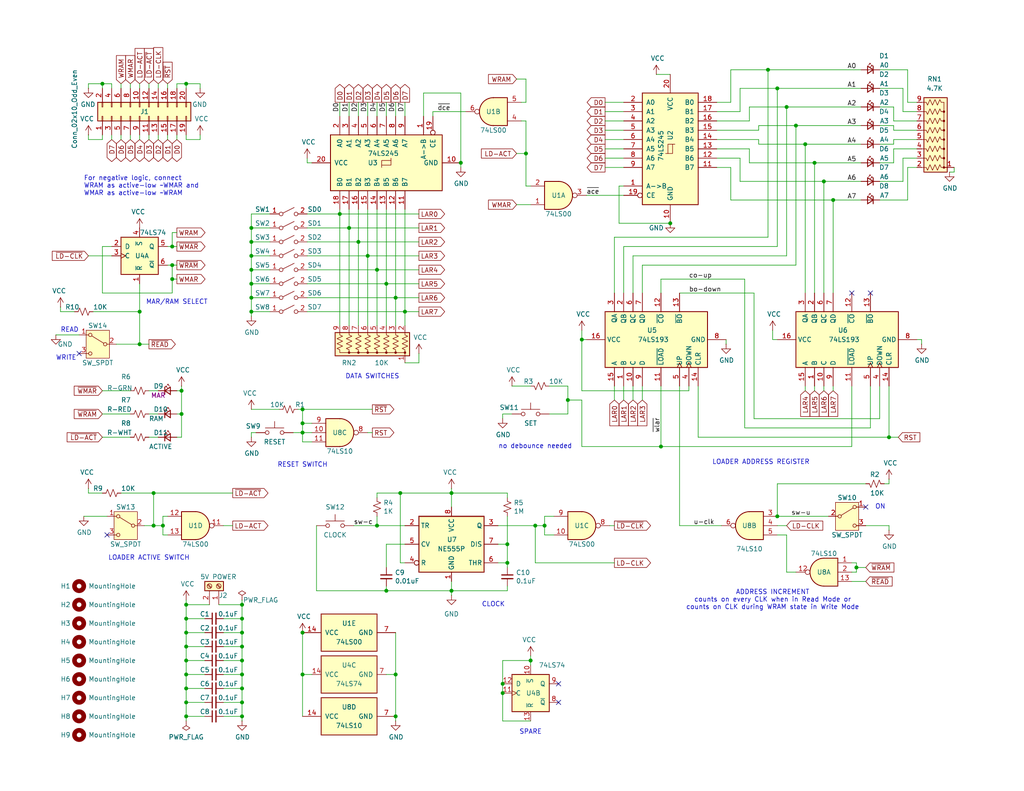
<source format=kicad_sch>
(kicad_sch (version 20231120) (generator "eeschema") (generator_version "8.0")
  (paper "USLetter")
  (title_block (title "SAP-Plus Memory Loader") (date "2025-07-01") (rev "3.0") (company "github.com/TomNisbet/sap-plus"))
  (junction (at 242.57 119.38))
  (junction (at 148.59 143.51))
  (junction (at 217.17 34.29))
  (junction (at 222.25 44.45))
  (junction (at 123.19 161.29))
  (junction (at 50.8 176.53))
  (junction (at 68.58 62.23))
  (junction (at 82.55 118.11))
  (junction (at 212.09 24.13))
  (junction (at 212.09 140.97))
  (junction (at 154.94 109.22))
  (junction (at 82.55 172.72))
  (junction (at 105.41 161.29))
  (junction (at 66.04 184.15))
  (junction (at 68.58 81.28))
  (junction (at 50.8 180.34))
  (junction (at 50.8 195.58))
  (junction (at 50.8 172.72))
  (junction (at 102.87 143.51))
  (junction (at 107.95 184.15))
  (junction (at 82.55 111.76))
  (junction (at 38.1 85.09))
  (junction (at 137.16 189.23))
  (junction (at 95.25 62.23))
  (junction (at 66.04 195.58))
  (junction (at 66.04 176.53))
  (junction (at 109.22 134.62))
  (junction (at 68.58 85.09))
  (junction (at 68.58 69.85))
  (junction (at 44.45 143.51))
  (junction (at 50.8 191.77))
  (junction (at 66.04 172.72))
  (junction (at 68.58 73.66))
  (junction (at 227.33 54.61))
  (junction (at 66.04 187.96))
  (junction (at 68.58 66.04))
  (junction (at 46.99 72.39))
  (junction (at 144.78 180.34))
  (junction (at 107.95 195.58))
  (junction (at 68.58 77.47))
  (junction (at 209.55 19.05))
  (junction (at 66.04 180.34))
  (junction (at 46.99 67.31))
  (junction (at 107.95 81.28))
  (junction (at 46.99 76.2))
  (junction (at 66.04 191.77))
  (junction (at 38.1 93.98))
  (junction (at 82.55 184.15))
  (junction (at 100.33 69.85))
  (junction (at 50.8 184.15))
  (junction (at 105.41 77.47))
  (junction (at 110.49 85.09))
  (junction (at 138.43 153.67))
  (junction (at 143.51 41.91))
  (junction (at 49.53 113.03))
  (junction (at 182.88 60.96))
  (junction (at 82.55 115.57))
  (junction (at 214.63 29.21))
  (junction (at 125.73 44.45))
  (junction (at 92.71 58.42))
  (junction (at 97.79 66.04))
  (junction (at 50.8 187.96))
  (junction (at 50.8 168.91))
  (junction (at 137.16 186.69))
  (junction (at 102.87 73.66))
  (junction (at 66.04 165.1))
  (junction (at 158.75 92.71))
  (junction (at 50.8 22.86))
  (junction (at 41.91 134.62))
  (junction (at 41.91 143.51))
  (junction (at 49.53 106.68))
  (junction (at 50.8 165.1))
  (junction (at 180.34 121.92))
  (junction (at 138.43 148.59))
  (junction (at 146.05 143.51))
  (junction (at 27.94 22.86))
  (junction (at 219.71 39.37))
  (junction (at 233.68 154.94))
  (junction (at 123.19 134.62))
  (junction (at 66.04 168.91))
  (junction (at 224.79 49.53))
  (no_connect (at 29.21 146.05))
  (no_connect (at 232.41 80.01))
  (no_connect (at 237.49 80.01))
  (no_connect (at 236.22 138.43))
  (no_connect (at 152.4 186.69))
  (no_connect (at 152.4 191.77))
  (no_connect (at 21.59 96.52))
  (wire (pts (xy 137.16 180.34) (xy 137.16 186.69)))
  (wire (pts (xy 246.38 43.18) (xy 250.19 43.18)))
  (wire (pts (xy 214.63 29.21) (xy 234.95 29.21)))
  (wire (pts (xy 212.09 132.08) (xy 236.22 132.08)))
  (wire (pts (xy 38.1 93.98) (xy 40.64 93.98)))
  (wire (pts (xy 85.09 120.65) (xy 82.55 120.65)))
  (wire (pts (xy 110.49 57.15) (xy 110.49 85.09)))
  (wire (pts (xy 187.96 105.41) (xy 187.96 106.68)))
  (wire (pts (xy 167.64 153.67) (xy 146.05 153.67)))
  (wire (pts (xy 195.58 43.18) (xy 201.93 43.18)))
  (wire (pts (xy 68.58 77.47) (xy 73.66 77.47)))
  (wire (pts (xy 46.99 72.39) (xy 46.99 76.2)))
  (wire (pts (xy 170.18 50.8) (xy 168.91 50.8)))
  (wire (pts (xy 38.1 38.1) (xy 38.1 36.83)))
  (wire (pts (xy 182.88 20.32) (xy 179.07 20.32)))
  (wire (pts (xy 180.34 80.01) (xy 180.34 76.2)))
  (wire (pts (xy 242.57 119.38) (xy 245.11 119.38)))
  (wire (pts (xy 60.96 168.91) (xy 66.04 168.91)))
  (wire (pts (xy 144.78 50.8) (xy 143.51 50.8)))
  (wire (pts (xy 68.58 69.85) (xy 73.66 69.85)))
  (wire (pts (xy 50.8 180.34) (xy 50.8 184.15)))
  (wire (pts (xy 125.73 25.4) (xy 125.73 44.45)))
  (wire (pts (xy 110.49 148.59) (xy 105.41 148.59)))
  (wire (pts (xy 148.59 143.51) (xy 146.05 143.51)))
  (wire (pts (xy 66.04 165.1) (xy 66.04 168.91)))
  (wire (pts (xy 170.18 38.1) (xy 165.1 38.1)))
  (wire (pts (xy 110.49 153.67) (xy 109.22 153.67)))
  (wire (pts (xy 100.33 118.11) (xy 101.6 118.11)))
  (wire (pts (xy 50.8 172.72) (xy 55.88 172.72)))
  (wire (pts (xy 82.55 111.76) (xy 101.6 111.76)))
  (wire (pts (xy 102.87 143.51) (xy 102.87 140.97)))
  (wire (pts (xy 123.19 162.56) (xy 123.19 161.29)))
  (wire (pts (xy 144.78 196.85) (xy 137.16 196.85)))
  (wire (pts (xy 24.13 22.86) (xy 27.94 22.86)))
  (wire (pts (xy 83.82 69.85) (xy 100.33 69.85)))
  (wire (pts (xy 24.13 133.35) (xy 24.13 134.62)))
  (wire (pts (xy 203.2 76.2) (xy 203.2 116.84)))
  (wire (pts (xy 48.26 22.86) (xy 50.8 22.86)))
  (wire (pts (xy 105.41 184.15) (xy 107.95 184.15)))
  (wire (pts (xy 43.18 106.68) (xy 40.64 106.68)))
  (wire (pts (xy 242.57 143.51) (xy 242.57 144.78)))
  (wire (pts (xy 15.24 91.44) (xy 21.59 91.44)))
  (wire (pts (xy 33.02 24.13) (xy 33.02 22.86)))
  (wire (pts (xy 45.72 24.13) (xy 45.72 22.86)))
  (wire (pts (xy 86.36 143.51) (xy 86.36 161.29)))
  (wire (pts (xy 170.18 43.18) (xy 165.1 43.18)))
  (wire (pts (xy 172.72 69.85) (xy 172.72 80.01)))
  (wire (pts (xy 107.95 195.58) (xy 107.95 196.85)))
  (wire (pts (xy 227.33 54.61) (xy 234.95 54.61)))
  (wire (pts (xy 48.26 38.1) (xy 48.26 36.83)))
  (wire (pts (xy 167.64 64.77) (xy 209.55 64.77)))
  (wire (pts (xy 50.8 187.96) (xy 55.88 187.96)))
  (wire (pts (xy 92.71 58.42) (xy 92.71 88.9)))
  (wire (pts (xy 46.99 76.2) (xy 46.99 80.01)))
  (wire (pts (xy 167.64 64.77) (xy 167.64 80.01)))
  (wire (pts (xy 224.79 49.53) (xy 224.79 80.01)))
  (wire (pts (xy 60.96 195.58) (xy 66.04 195.58)))
  (wire (pts (xy 50.8 176.53) (xy 55.88 176.53)))
  (wire (pts (xy 40.64 38.1) (xy 40.64 36.83)))
  (wire (pts (xy 68.58 118.11) (xy 68.58 119.38)))
  (wire (pts (xy 50.8 191.77) (xy 50.8 195.58)))
  (wire (pts (xy 68.58 69.85) (xy 68.58 73.66)))
  (wire (pts (xy 102.87 134.62) (xy 109.22 134.62)))
  (wire (pts (xy 243.84 35.56) (xy 250.19 35.56)))
  (wire (pts (xy 100.33 69.85) (xy 100.33 88.9)))
  (wire (pts (xy 204.47 33.02) (xy 204.47 29.21)))
  (wire (pts (xy 45.72 38.1) (xy 45.72 36.83)))
  (wire (pts (xy 199.39 45.72) (xy 199.39 54.61)))
  (wire (pts (xy 83.82 85.09) (xy 110.49 85.09)))
  (wire (pts (xy 137.16 189.23) (xy 137.16 186.69)))
  (wire (pts (xy 195.58 30.48) (xy 201.93 30.48)))
  (wire (pts (xy 50.8 195.58) (xy 55.88 195.58)))
  (wire (pts (xy 158.75 92.71) (xy 160.02 92.71)))
  (wire (pts (xy 210.82 92.71) (xy 210.82 90.17)))
  (wire (pts (xy 212.09 24.13) (xy 212.09 67.31)))
  (wire (pts (xy 246.38 30.48) (xy 250.19 30.48)))
  (wire (pts (xy 260.35 46.99) (xy 260.35 45.72)))
  (wire (pts (xy 50.8 187.96) (xy 50.8 191.77)))
  (wire (pts (xy 158.75 121.92) (xy 158.75 109.22)))
  (wire (pts (xy 27.94 38.1) (xy 24.13 38.1)))
  (wire (pts (xy 139.7 105.41) (xy 144.78 105.41)))
  (wire (pts (xy 209.55 19.05) (xy 234.95 19.05)))
  (wire (pts (xy 97.79 31.75) (xy 97.79 27.94)))
  (wire (pts (xy 154.94 105.41) (xy 154.94 109.22)))
  (wire (pts (xy 83.82 81.28) (xy 107.95 81.28)))
  (wire (pts (xy 27.94 36.83) (xy 27.94 38.1)))
  (wire (pts (xy 44.45 146.05) (xy 45.72 146.05)))
  (wire (pts (xy 68.58 85.09) (xy 73.66 85.09)))
  (wire (pts (xy 95.25 62.23) (xy 95.25 88.9)))
  (wire (pts (xy 83.82 77.47) (xy 105.41 77.47)))
  (wire (pts (xy 24.13 38.1) (xy 24.13 36.83)))
  (wire (pts (xy 123.19 133.35) (xy 123.19 134.62)))
  (wire (pts (xy 207.01 38.1) (xy 195.58 38.1)))
  (wire (pts (xy 50.8 191.77) (xy 55.88 191.77)))
  (wire (pts (xy 146.05 143.51) (xy 135.89 143.51)))
  (wire (pts (xy 68.58 81.28) (xy 73.66 81.28)))
  (wire (pts (xy 236.22 143.51) (xy 242.57 143.51)))
  (wire (pts (xy 27.94 22.86) (xy 30.48 22.86)))
  (wire (pts (xy 105.41 77.47) (xy 114.3 77.47)))
  (wire (pts (xy 27.94 113.03) (xy 35.56 113.03)))
  (wire (pts (xy 240.03 24.13) (xy 246.38 24.13)))
  (wire (pts (xy 243.84 40.64) (xy 250.19 40.64)))
  (wire (pts (xy 102.87 73.66) (xy 114.3 73.66)))
  (wire (pts (xy 80.01 118.11) (xy 82.55 118.11)))
  (wire (pts (xy 240.03 44.45) (xy 243.84 44.45)))
  (wire (pts (xy 251.46 92.71) (xy 250.19 92.71)))
  (wire (pts (xy 25.4 85.09) (xy 38.1 85.09)))
  (wire (pts (xy 219.71 39.37) (xy 219.71 80.01)))
  (wire (pts (xy 222.25 44.45) (xy 222.25 80.01)))
  (wire (pts (xy 27.94 134.62) (xy 24.13 134.62)))
  (wire (pts (xy 49.53 113.03) (xy 49.53 119.38)))
  (wire (pts (xy 46.99 76.2) (xy 48.26 76.2)))
  (wire (pts (xy 138.43 135.89) (xy 138.43 134.62)))
  (wire (pts (xy 24.13 22.86) (xy 24.13 24.13)))
  (wire (pts (xy 43.18 113.03) (xy 40.64 113.03)))
  (wire (pts (xy 66.04 176.53) (xy 66.04 180.34)))
  (wire (pts (xy 54.61 38.1) (xy 50.8 38.1)))
  (wire (pts (xy 45.72 72.39) (xy 46.99 72.39)))
  (wire (pts (xy 135.89 148.59) (xy 138.43 148.59)))
  (wire (pts (xy 199.39 19.05) (xy 209.55 19.05)))
  (wire (pts (xy 35.56 24.13) (xy 35.56 22.86)))
  (wire (pts (xy 138.43 153.67) (xy 138.43 154.94)))
  (wire (pts (xy 240.03 39.37) (xy 243.84 39.37)))
  (wire (pts (xy 30.48 67.31) (xy 27.94 67.31)))
  (wire (pts (xy 140.97 21.59) (xy 143.51 21.59)))
  (wire (pts (xy 195.58 45.72) (xy 199.39 45.72)))
  (wire (pts (xy 149.86 105.41) (xy 154.94 105.41)))
  (wire (pts (xy 50.8 184.15) (xy 55.88 184.15)))
  (wire (pts (xy 232.41 105.41) (xy 232.41 121.92)))
  (wire (pts (xy 148.59 140.97) (xy 151.13 140.97)))
  (wire (pts (xy 107.95 31.75) (xy 107.95 27.94)))
  (wire (pts (xy 204.47 29.21) (xy 214.63 29.21)))
  (wire (pts (xy 170.18 30.48) (xy 165.1 30.48)))
  (wire (pts (xy 175.26 109.22) (xy 175.26 105.41)))
  (wire (pts (xy 68.58 85.09) (xy 68.58 86.36)))
  (wire (pts (xy 195.58 33.02) (xy 204.47 33.02)))
  (wire (pts (xy 16.51 83.82) (xy 16.51 85.09)))
  (wire (pts (xy 50.8 184.15) (xy 50.8 187.96)))
  (wire (pts (xy 195.58 35.56) (xy 207.01 35.56)))
  (wire (pts (xy 138.43 160.02) (xy 138.43 161.29)))
  (wire (pts (xy 97.79 66.04) (xy 114.3 66.04)))
  (wire (pts (xy 222.25 44.45) (xy 234.95 44.45)))
  (wire (pts (xy 50.8 195.58) (xy 50.8 196.85)))
  (wire (pts (xy 95.25 31.75) (xy 95.25 27.94)))
  (wire (pts (xy 30.48 22.86) (xy 30.48 24.13)))
  (wire (pts (xy 143.51 21.59) (xy 143.51 27.94)))
  (wire (pts (xy 49.53 105.41) (xy 49.53 106.68)))
  (wire (pts (xy 102.87 57.15) (xy 102.87 73.66)))
  (wire (pts (xy 60.96 187.96) (xy 66.04 187.96)))
  (wire (pts (xy 170.18 105.41) (xy 170.18 109.22)))
  (wire (pts (xy 43.18 38.1) (xy 43.18 36.83)))
  (wire (pts (xy 243.84 34.29) (xy 243.84 35.56)))
  (wire (pts (xy 114.3 81.28) (xy 107.95 81.28)))
  (wire (pts (xy 83.82 66.04) (xy 97.79 66.04)))
  (wire (pts (xy 260.35 46.99) (xy 259.08 46.99)))
  (wire (pts (xy 85.09 44.45) (xy 83.82 44.45)))
  (wire (pts (xy 166.37 143.51) (xy 167.64 143.51)))
  (wire (pts (xy 50.8 22.86) (xy 50.8 24.13)))
  (wire (pts (xy 144.78 55.88) (xy 140.97 55.88)))
  (wire (pts (xy 118.11 30.48) (xy 118.11 31.75)))
  (wire (pts (xy 68.58 58.42) (xy 73.66 58.42)))
  (wire (pts (xy 170.18 35.56) (xy 165.1 35.56)))
  (wire (pts (xy 107.95 184.15) (xy 107.95 195.58)))
  (wire (pts (xy 214.63 156.21) (xy 217.17 156.21)))
  (wire (pts (xy 48.26 63.5) (xy 46.99 63.5)))
  (wire (pts (xy 114.3 99.06) (xy 114.3 96.52)))
  (wire (pts (xy 172.72 69.85) (xy 214.63 69.85)))
  (wire (pts (xy 118.11 30.48) (xy 127 30.48)))
  (wire (pts (xy 190.5 105.41) (xy 190.5 119.38)))
  (wire (pts (xy 233.68 153.67) (xy 233.68 154.94)))
  (wire (pts (xy 43.18 24.13) (xy 43.18 22.86)))
  (wire (pts (xy 205.74 114.3) (xy 240.03 114.3)))
  (wire (pts (xy 212.09 132.08) (xy 212.09 140.97)))
  (wire (pts (xy 100.33 57.15) (xy 100.33 69.85)))
  (wire (pts (xy 240.03 29.21) (xy 243.84 29.21)))
  (wire (pts (xy 154.94 109.22) (xy 154.94 113.03)))
  (wire (pts (xy 102.87 135.89) (xy 102.87 134.62)))
  (wire (pts (xy 60.96 184.15) (xy 66.04 184.15)))
  (wire (pts (xy 247.65 45.72) (xy 247.65 54.61)))
  (wire (pts (xy 138.43 148.59) (xy 138.43 153.67)))
  (wire (pts (xy 97.79 66.04) (xy 97.79 88.9)))
  (wire (pts (xy 214.63 29.21) (xy 214.63 69.85)))
  (wire (pts (xy 175.26 72.39) (xy 175.26 80.01)))
  (wire (pts (xy 31.75 93.98) (xy 38.1 93.98)))
  (wire (pts (xy 135.89 153.67) (xy 138.43 153.67)))
  (wire (pts (xy 170.18 40.64) (xy 165.1 40.64)))
  (wire (pts (xy 49.53 106.68) (xy 48.26 106.68)))
  (wire (pts (xy 83.82 73.66) (xy 102.87 73.66)))
  (wire (pts (xy 224.79 49.53) (xy 234.95 49.53)))
  (wire (pts (xy 212.09 24.13) (xy 234.95 24.13)))
  (wire (pts (xy 144.78 180.34) (xy 137.16 180.34)))
  (wire (pts (xy 100.33 69.85) (xy 114.3 69.85)))
  (wire (pts (xy 170.18 27.94) (xy 165.1 27.94)))
  (wire (pts (xy 38.1 85.09) (xy 38.1 93.98)))
  (wire (pts (xy 66.04 172.72) (xy 66.04 176.53)))
  (wire (pts (xy 60.96 180.34) (xy 66.04 180.34)))
  (wire (pts (xy 68.58 73.66) (xy 68.58 77.47)))
  (wire (pts (xy 66.04 163.83) (xy 66.04 165.1)))
  (wire (pts (xy 45.72 140.97) (xy 44.45 140.97)))
  (wire (pts (xy 201.93 24.13) (xy 212.09 24.13)))
  (wire (pts (xy 198.12 92.71) (xy 198.12 93.98)))
  (wire (pts (xy 95.25 62.23) (xy 114.3 62.23)))
  (wire (pts (xy 82.55 111.76) (xy 82.55 115.57)))
  (wire (pts (xy 82.55 115.57) (xy 82.55 118.11)))
  (wire (pts (xy 180.34 76.2) (xy 203.2 76.2)))
  (wire (pts (xy 96.52 143.51) (xy 102.87 143.51)))
  (wire (pts (xy 240.03 49.53) (xy 246.38 49.53)))
  (wire (pts (xy 160.02 53.34) (xy 170.18 53.34)))
  (wire (pts (xy 54.61 22.86) (xy 54.61 24.13)))
  (wire (pts (xy 148.59 143.51) (xy 148.59 146.05)))
  (wire (pts (xy 217.17 34.29) (xy 234.95 34.29)))
  (wire (pts (xy 233.68 154.94) (xy 236.22 154.94)))
  (wire (pts (xy 38.1 77.47) (xy 38.1 85.09)))
  (wire (pts (xy 209.55 19.05) (xy 209.55 64.77)))
  (wire (pts (xy 44.45 143.51) (xy 44.45 146.05)))
  (wire (pts (xy 20.32 85.09) (xy 16.51 85.09)))
  (wire (pts (xy 33.02 38.1) (xy 33.02 36.83)))
  (wire (pts (xy 83.82 44.45) (xy 83.82 43.18)))
  (wire (pts (xy 204.47 40.64) (xy 204.47 44.45)))
  (wire (pts (xy 45.72 67.31) (xy 46.99 67.31)))
  (wire (pts (xy 144.78 179.07) (xy 144.78 180.34)))
  (wire (pts (xy 68.58 66.04) (xy 73.66 66.04)))
  (wire (pts (xy 54.61 36.83) (xy 54.61 38.1)))
  (wire (pts (xy 142.24 27.94) (xy 143.51 27.94)))
  (wire (pts (xy 50.8 163.83) (xy 50.8 165.1)))
  (wire (pts (xy 187.96 106.68) (xy 158.75 106.68)))
  (wire (pts (xy 137.16 189.23) (xy 137.16 196.85)))
  (wire (pts (xy 115.57 25.4) (xy 125.73 25.4)))
  (wire (pts (xy 107.95 81.28) (xy 107.95 88.9)))
  (wire (pts (xy 201.93 30.48) (xy 201.93 24.13)))
  (wire (pts (xy 207.01 34.29) (xy 217.17 34.29)))
  (wire (pts (xy 170.18 33.02) (xy 165.1 33.02)))
  (wire (pts (xy 66.04 180.34) (xy 66.04 184.15)))
  (wire (pts (xy 59.69 165.1) (xy 66.04 165.1)))
  (wire (pts (xy 140.97 41.91) (xy 143.51 41.91)))
  (wire (pts (xy 212.09 140.97) (xy 226.06 140.97)))
  (wire (pts (xy 247.65 27.94) (xy 247.65 19.05)))
  (wire (pts (xy 222.25 105.41) (xy 222.25 106.68)))
  (wire (pts (xy 170.18 67.31) (xy 212.09 67.31)))
  (wire (pts (xy 199.39 54.61) (xy 227.33 54.61)))
  (wire (pts (xy 219.71 105.41) (xy 219.71 106.68)))
  (wire (pts (xy 143.51 41.91) (xy 143.51 50.8)))
  (wire (pts (xy 83.82 58.42) (xy 92.71 58.42)))
  (wire (pts (xy 240.03 34.29) (xy 243.84 34.29)))
  (wire (pts (xy 46.99 72.39) (xy 48.26 72.39)))
  (wire (pts (xy 240.03 54.61) (xy 247.65 54.61)))
  (wire (pts (xy 227.33 54.61) (xy 227.33 80.01)))
  (wire (pts (xy 66.04 168.91) (xy 66.04 172.72)))
  (wire (pts (xy 170.18 45.72) (xy 165.1 45.72)))
  (wire (pts (xy 217.17 34.29) (xy 217.17 72.39)))
  (wire (pts (xy 49.53 106.68) (xy 49.53 113.03)))
  (wire (pts (xy 203.2 116.84) (xy 237.49 116.84)))
  (wire (pts (xy 50.8 165.1) (xy 57.15 165.1)))
  (wire (pts (xy 41.91 143.51) (xy 44.45 143.51)))
  (wire (pts (xy 214.63 146.05) (xy 214.63 156.21)))
  (wire (pts (xy 68.58 81.28) (xy 68.58 85.09)))
  (wire (pts (xy 144.78 181.61) (xy 144.78 180.34)))
  (wire (pts (xy 168.91 50.8) (xy 168.91 60.96)))
  (wire (pts (xy 137.16 114.3) (xy 137.16 113.03)))
  (wire (pts (xy 41.91 134.62) (xy 41.91 143.51)))
  (wire (pts (xy 158.75 106.68) (xy 158.75 92.71)))
  (wire (pts (xy 240.03 19.05) (xy 247.65 19.05)))
  (wire (pts (xy 107.95 172.72) (xy 107.95 184.15)))
  (wire (pts (xy 251.46 92.71) (xy 251.46 93.98)))
  (wire (pts (xy 50.8 176.53) (xy 50.8 180.34)))
  (wire (pts (xy 76.2 111.76) (xy 68.58 111.76)))
  (wire (pts (xy 237.49 116.84) (xy 237.49 105.41)))
  (wire (pts (xy 149.86 113.03) (xy 154.94 113.03)))
  (wire (pts (xy 92.71 58.42) (xy 114.3 58.42)))
  (wire (pts (xy 30.48 38.1) (xy 30.48 36.83)))
  (wire (pts (xy 185.42 105.41) (xy 185.42 143.51)))
  (wire (pts (xy 123.19 134.62) (xy 123.19 138.43)))
  (wire (pts (xy 125.73 44.45) (xy 125.73 45.72)))
  (wire (pts (xy 66.04 184.15) (xy 66.04 187.96)))
  (wire (pts (xy 105.41 160.02) (xy 105.41 161.29)))
  (wire (pts (xy 46.99 63.5) (xy 46.99 67.31)))
  (wire (pts (xy 33.02 134.62) (xy 41.91 134.62)))
  (wire (pts (xy 60.96 191.77) (xy 66.04 191.77)))
  (wire (pts (xy 50.8 165.1) (xy 50.8 168.91)))
  (wire (pts (xy 138.43 161.29) (xy 123.19 161.29)))
  (wire (pts (xy 48.26 22.86) (xy 48.26 24.13)))
  (wire (pts (xy 137.16 113.03) (xy 139.7 113.03)))
  (wire (pts (xy 175.26 72.39) (xy 217.17 72.39)))
  (wire (pts (xy 243.84 38.1) (xy 250.19 38.1)))
  (wire (pts (xy 22.86 140.97) (xy 29.21 140.97)))
  (wire (pts (xy 68.58 62.23) (xy 68.58 66.04)))
  (wire (pts (xy 180.34 105.41) (xy 180.34 121.92)))
  (wire (pts (xy 105.41 57.15) (xy 105.41 77.47)))
  (wire (pts (xy 50.8 172.72) (xy 50.8 176.53)))
  (wire (pts (xy 246.38 49.53) (xy 246.38 43.18)))
  (wire (pts (xy 27.94 80.01) (xy 46.99 80.01)))
  (wire (pts (xy 233.68 154.94) (xy 233.68 156.21)))
  (wire (pts (xy 148.59 146.05) (xy 151.13 146.05)))
  (wire (pts (xy 185.42 143.51) (xy 196.85 143.51)))
  (wire (pts (xy 82.55 120.65) (xy 82.55 118.11)))
  (wire (pts (xy 49.53 119.38) (xy 48.26 119.38)))
  (wire (pts (xy 63.5 134.62) (xy 41.91 134.62)))
  (wire (pts (xy 27.94 67.31) (xy 27.94 80.01)))
  (wire (pts (xy 92.71 31.75) (xy 92.71 27.94)))
  (wire (pts (xy 115.57 31.75) (xy 115.57 25.4)))
  (wire (pts (xy 154.94 109.22) (xy 158.75 109.22)))
  (wire (pts (xy 227.33 106.68) (xy 227.33 105.41)))
  (wire (pts (xy 35.56 38.1) (xy 35.56 36.83)))
  (wire (pts (xy 24.13 69.85) (xy 30.48 69.85)))
  (wire (pts (xy 250.19 45.72) (xy 247.65 45.72)))
  (wire (pts (xy 110.49 31.75) (xy 110.49 27.94)))
  (wire (pts (xy 102.87 143.51) (xy 110.49 143.51)))
  (wire (pts (xy 46.99 67.31) (xy 48.26 67.31)))
  (wire (pts (xy 39.37 143.51) (xy 41.91 143.51)))
  (wire (pts (xy 232.41 158.75) (xy 236.22 158.75)))
  (wire (pts (xy 232.41 153.67) (xy 233.68 153.67)))
  (wire (pts (xy 86.36 161.29) (xy 105.41 161.29)))
  (wire (pts (xy 69.85 118.11) (xy 68.58 118.11)))
  (wire (pts (xy 224.79 105.41) (xy 224.79 106.68)))
  (wire (pts (xy 212.09 143.51) (xy 214.63 143.51)))
  (wire (pts (xy 110.49 85.09) (xy 110.49 88.9)))
  (wire (pts (xy 123.19 158.75) (xy 123.19 161.29)))
  (wire (pts (xy 68.58 73.66) (xy 73.66 73.66)))
  (wire (pts (xy 158.75 121.92) (xy 180.34 121.92)))
  (wire (pts (xy 50.8 38.1) (xy 50.8 36.83)))
  (wire (pts (xy 195.58 27.94) (xy 199.39 27.94)))
  (wire (pts (xy 138.43 134.62) (xy 123.19 134.62)))
  (wire (pts (xy 82.55 172.72) (xy 82.55 184.15)))
  (wire (pts (xy 250.19 27.94) (xy 247.65 27.94)))
  (wire (pts (xy 142.24 33.02) (xy 143.51 33.02)))
  (wire (pts (xy 68.58 62.23) (xy 73.66 62.23)))
  (wire (pts (xy 242.57 105.41) (xy 242.57 119.38)))
  (wire (pts (xy 105.41 161.29) (xy 123.19 161.29)))
  (wire (pts (xy 205.74 80.01) (xy 205.74 114.3)))
  (wire (pts (xy 190.5 119.38) (xy 242.57 119.38)))
  (wire (pts (xy 105.41 31.75) (xy 105.41 27.94)))
  (wire (pts (xy 185.42 80.01) (xy 205.74 80.01)))
  (wire (pts (xy 243.84 39.37) (xy 243.84 38.1)))
  (wire (pts (xy 143.51 33.02) (xy 143.51 41.91)))
  (wire (pts (xy 40.64 24.13) (xy 40.64 22.86)))
  (wire (pts (xy 219.71 39.37) (xy 234.95 39.37)))
  (wire (pts (xy 167.64 105.41) (xy 167.64 109.22)))
  (wire (pts (xy 204.47 44.45) (xy 222.25 44.45)))
  (wire (pts (xy 180.34 121.92) (xy 232.41 121.92)))
  (wire (pts (xy 114.3 85.09) (xy 110.49 85.09)))
  (wire (pts (xy 110.49 99.06) (xy 114.3 99.06)))
  (wire (pts (xy 100.33 31.75) (xy 100.33 27.94)))
  (wire (pts (xy 246.38 24.13) (xy 246.38 30.48)))
  (wire (pts (xy 97.79 57.15) (xy 97.79 66.04)))
  (wire (pts (xy 92.71 57.15) (xy 92.71 58.42)))
  (wire (pts (xy 44.45 140.97) (xy 44.45 143.51)))
  (wire (pts (xy 95.25 57.15) (xy 95.25 62.23)))
  (wire (pts (xy 50.8 168.91) (xy 50.8 172.72)))
  (wire (pts (xy 201.93 49.53) (xy 224.79 49.53)))
  (wire (pts (xy 109.22 134.62) (xy 123.19 134.62)))
  (wire (pts (xy 68.58 66.04) (xy 68.58 69.85)))
  (wire (pts (xy 66.04 187.96) (xy 66.04 191.77)))
  (wire (pts (xy 148.59 140.97) (xy 148.59 143.51)))
  (wire (pts (xy 105.41 77.47) (xy 105.41 88.9)))
  (wire (pts (xy 199.39 27.94) (xy 199.39 19.05)))
  (wire (pts (xy 50.8 180.34) (xy 55.88 180.34)))
  (wire (pts (xy 170.18 67.31) (xy 170.18 80.01)))
  (wire (pts (xy 195.58 40.64) (xy 204.47 40.64)))
  (wire (pts (xy 81.28 111.76) (xy 82.55 111.76)))
  (wire (pts (xy 158.75 90.17) (xy 158.75 92.71)))
  (wire (pts (xy 60.96 172.72) (xy 66.04 172.72)))
  (wire (pts (xy 66.04 191.77) (xy 66.04 195.58)))
  (wire (pts (xy 168.91 60.96) (xy 182.88 60.96)))
  (wire (pts (xy 27.94 119.38) (xy 35.56 119.38)))
  (wire (pts (xy 105.41 148.59) (xy 105.41 154.94)))
  (wire (pts (xy 68.58 77.47) (xy 68.58 81.28)))
  (wire (pts (xy 138.43 140.97) (xy 138.43 148.59)))
  (wire (pts (xy 50.8 168.91) (xy 55.88 168.91)))
  (wire (pts (xy 83.82 62.23) (xy 95.25 62.23)))
  (wire (pts (xy 49.53 113.03) (xy 48.26 113.03)))
  (wire (pts (xy 38.1 24.13) (xy 38.1 22.86)))
  (wire (pts (xy 207.01 39.37) (xy 219.71 39.37)))
  (wire (pts (xy 50.8 22.86) (xy 54.61 22.86)))
  (wire (pts (xy 172.72 105.41) (xy 172.72 109.22)))
  (wire (pts (xy 82.55 184.15) (xy 82.55 195.58)))
  (wire (pts (xy 85.09 184.15) (xy 82.55 184.15)))
  (wire (pts (xy 212.09 92.71) (xy 210.82 92.71)))
  (wire (pts (xy 102.87 73.66) (xy 102.87 88.9)))
  (wire (pts (xy 107.95 57.15) (xy 107.95 81.28)))
  (wire (pts (xy 102.87 31.75) (xy 102.87 27.94)))
  (wire (pts (xy 243.84 44.45) (xy 243.84 40.64)))
  (wire (pts (xy 240.03 114.3) (xy 240.03 105.41)))
  (wire (pts (xy 242.57 132.08) (xy 242.57 130.81)))
  (wire (pts (xy 68.58 58.42) (xy 68.58 62.23)))
  (wire (pts (xy 201.93 43.18) (xy 201.93 49.53)))
  (wire (pts (xy 232.41 156.21) (xy 233.68 156.21)))
  (wire (pts (xy 82.55 115.57) (xy 85.09 115.57)))
  (wire (pts (xy 212.09 146.05) (xy 214.63 146.05)))
  (wire (pts (xy 43.18 119.38) (xy 40.64 119.38)))
  (wire (pts (xy 82.55 118.11) (xy 85.09 118.11)))
  (wire (pts (xy 242.57 132.08) (xy 241.3 132.08)))
  (wire (pts (xy 27.94 24.13) (xy 27.94 22.86)))
  (wire (pts (xy 60.96 143.51) (xy 63.5 143.51)))
  (wire (pts (xy 207.01 35.56) (xy 207.01 34.29)))
  (wire (pts (xy 243.84 29.21) (xy 243.84 33.02)))
  (wire (pts (xy 66.04 195.58) (xy 66.04 196.85)))
  (wire (pts (xy 243.84 33.02) (xy 250.19 33.02)))
  (wire (pts (xy 207.01 39.37) (xy 207.01 38.1)))
  (wire (pts (xy 146.05 143.51) (xy 146.05 153.67)))
  (wire (pts (xy 27.94 106.68) (xy 35.56 106.68)))
  (wire (pts (xy 109.22 153.67) (xy 109.22 134.62)))
  (wire (pts (xy 60.96 176.53) (xy 66.04 176.53)))
  (text "LOADER ADDRESS REGISTER" (at 194.31 127 0) (effects (font (size 1.27 1.27)) (justify left bottom)))
  (text "WRITE" (at 15.24 97.79 0) (effects (font (size 1.27 1.27)) (justify left)))
  (text "READ" (at 16.51 90.17 0) (effects (font (size 1.27 1.27)) (justify left)))
  (text "ADDRESS INCREMENT\ncounts on every CLK when in Read Mode or\ncounts on CLK during WRAM state in Write Mode" (at 210.82 163.83 0) (effects (font (size 1.27 1.27))))
  (text "SPARE" (at 144.78 200.66 0) (effects (font (size 1.27 1.27)) (justify bottom)))
  (text "LOADER ACTIVE SWITCH" (at 40.64 152.4 0) (effects (font (size 1.27 1.27))))
  (text "RESET SWITCH" (at 82.55 127 0) (effects (font (size 1.27 1.27))))
  (text "MAR/RAM SELECT" (at 48.26 82.55 0) (effects (font (size 1.27 1.27))))
  (text "For negative logic, connect\nWRAM as active-low ~WMAR and \nWMAR as active-low ~WRAM" (at 22.86 50.8 0) (effects (font (size 1.27 1.27)) (justify left)))
  (text "DATA SWITCHES" (at 101.6 102.87 0) (effects (font (size 1.27 1.27))))
  (text "no debounce needed" (at 146.05 121.92 0) (effects (font (size 1.27 1.27))))
  (text "CLOCK" (at 134.62 165.1 0) (effects (font (size 1.27 1.27))))
  (text "ON" (at 238.76 138.43 0) (effects (font (size 1.27 1.27)) (justify left)))
  (label "A5" (at 233.68 44.45 180))
  (label "D5" (at 105.41 27.94 270))
  (label "co-up" (at 187.96 76.2 0))
  (label "A3" (at 233.68 34.29 180))
  (label "u-clk" (at 189.23 143.51 0))
  (label "A6" (at 233.68 49.53 180))
  (label "D7" (at 110.49 27.94 270))
  (label "~{dce}" (at 119.38 30.48 0))
  (label "sw-u" (at 215.9 140.97 0))
  (label "~{wlar}" (at 180.34 118.11 90))
  (label "D1" (at 95.25 27.94 270))
  (label "~{ace}" (at 160.02 53.34 0))
  (label "D4" (at 102.87 27.94 270))
  (label "bo-down" (at 187.96 80.01 0))
  (label "A0" (at 233.68 19.05 180))
  (label "A1" (at 233.68 24.13 180))
  (label "A7" (at 233.68 54.61 180))
  (label "A2" (at 233.68 29.21 180))
  (label "D0" (at 92.71 27.94 270))
  (label "D3" (at 100.33 27.94 270))
  (label "A4" (at 233.68 39.37 180))
  (label "D2" (at 97.79 27.94 270))
  (label "D6" (at 107.95 27.94 270))
  (label "sw-c" (at 96.52 143.51 0))
  (global_label "LAR3" (shape input) (at 175.26 109.22 270) (property "Intersheetrefs" "${INTERSHEET_REFS}" (effects (hide yes))))
  (global_label "~{RST}" (shape output) (at 101.6 111.76 0) (property "Intersheetrefs" "${INTERSHEET_REFS}" (effects (hide yes))))
  (global_label "WMAR" (shape output) (at 48.26 76.2 0) (property "Intersheetrefs" "${INTERSHEET_REFS}" (effects (hide yes))))
  (global_label "D3" (shape tri_state) (at 40.64 38.1 270) (property "Intersheetrefs" "${INTERSHEET_REFS}" (effects (hide yes))))
  (global_label "D2" (shape tri_state) (at 43.18 38.1 270) (property "Intersheetrefs" "${INTERSHEET_REFS}" (effects (hide yes))))
  (global_label "D3" (shape output) (at 100.33 27.94 90) (property "Intersheetrefs" "${INTERSHEET_REFS}" (effects (hide yes))))
  (global_label "D0" (shape output) (at 165.1 27.94 180) (property "Intersheetrefs" "${INTERSHEET_REFS}" (effects (hide yes))))
  (global_label "~{LD-CLK}" (shape input) (at 24.13 69.85 180) (property "Intersheetrefs" "${INTERSHEET_REFS}" (effects (hide yes))))
  (global_label "D1" (shape output) (at 95.25 27.94 90) (property "Intersheetrefs" "${INTERSHEET_REFS}" (effects (hide yes))))
  (global_label "D3" (shape output) (at 165.1 35.56 180) (property "Intersheetrefs" "${INTERSHEET_REFS}" (effects (hide yes))))
  (global_label "D6" (shape output) (at 107.95 27.94 90) (property "Intersheetrefs" "${INTERSHEET_REFS}" (effects (hide yes))))
  (global_label "D7" (shape output) (at 165.1 45.72 180) (property "Intersheetrefs" "${INTERSHEET_REFS}" (effects (hide yes))))
  (global_label "~{WMAR}" (shape output) (at 48.26 67.31 0) (property "Intersheetrefs" "${INTERSHEET_REFS}" (effects (hide yes))))
  (global_label "LD-ACT" (shape output) (at 63.5 143.51 0) (property "Intersheetrefs" "${INTERSHEET_REFS}" (effects (hide yes))))
  (global_label "D4" (shape output) (at 165.1 38.1 180) (property "Intersheetrefs" "${INTERSHEET_REFS}" (effects (hide yes))))
  (global_label "WMAR" (shape input) (at 35.56 22.86 90) (property "Intersheetrefs" "${INTERSHEET_REFS}" (effects (hide yes))))
  (global_label "LAR5" (shape input) (at 222.25 106.68 270) (property "Intersheetrefs" "${INTERSHEET_REFS}" (effects (hide yes))))
  (global_label "LAR2" (shape output) (at 114.3 66.04 0) (property "Intersheetrefs" "${INTERSHEET_REFS}" (effects (hide yes))))
  (global_label "LAR7" (shape input) (at 227.33 106.68 270) (property "Intersheetrefs" "${INTERSHEET_REFS}" (effects (hide yes))))
  (global_label "WRAM" (shape input) (at 33.02 22.86 90) (property "Intersheetrefs" "${INTERSHEET_REFS}" (effects (hide yes))))
  (global_label "D0" (shape output) (at 92.71 27.94 90) (property "Intersheetrefs" "${INTERSHEET_REFS}" (effects (hide yes))))
  (global_label "~{READ}" (shape input) (at 236.22 158.75 0) (property "Intersheetrefs" "${INTERSHEET_REFS}" (effects (hide yes))))
  (global_label "LD-CLK" (shape input) (at 214.63 143.51 0) (property "Intersheetrefs" "${INTERSHEET_REFS}" (effects (hide yes))))
  (global_label "LD-CLK" (shape output) (at 167.64 153.67 0) (property "Intersheetrefs" "${INTERSHEET_REFS}" (effects (hide yes))))
  (global_label "~{LD-CLK}" (shape output) (at 167.64 143.51 0) (property "Intersheetrefs" "${INTERSHEET_REFS}" (effects (hide yes))))
  (global_label "D6" (shape tri_state) (at 33.02 38.1 270) (property "Intersheetrefs" "${INTERSHEET_REFS}" (effects (hide yes))))
  (global_label "D1" (shape output) (at 165.1 30.48 180) (property "Intersheetrefs" "${INTERSHEET_REFS}" (effects (hide yes))))
  (global_label "LD-ACT" (shape input) (at 38.1 22.86 90) (property "Intersheetrefs" "${INTERSHEET_REFS}" (effects (hide yes))))
  (global_label "LAR2" (shape input) (at 172.72 109.22 270) (property "Intersheetrefs" "${INTERSHEET_REFS}" (effects (hide yes))))
  (global_label "D0" (shape tri_state) (at 48.26 38.1 270) (property "Intersheetrefs" "${INTERSHEET_REFS}" (effects (hide yes))))
  (global_label "LD-ACT" (shape input) (at 140.97 41.91 180) (property "Intersheetrefs" "${INTERSHEET_REFS}" (effects (hide yes))))
  (global_label "LAR7" (shape output) (at 114.3 85.09 0) (property "Intersheetrefs" "${INTERSHEET_REFS}" (effects (hide yes))))
  (global_label "~{WRAM}" (shape input) (at 27.94 113.03 180) (property "Intersheetrefs" "${INTERSHEET_REFS}" (effects (hide yes))))
  (global_label "LAR4" (shape input) (at 219.71 106.68 270) (property "Intersheetrefs" "${INTERSHEET_REFS}" (effects (hide yes))))
  (global_label "LD-CLK" (shape input) (at 43.18 22.86 90) (property "Intersheetrefs" "${INTERSHEET_REFS}" (effects (hide yes))))
  (global_label "LAR1" (shape output) (at 114.3 62.23 0) (property "Intersheetrefs" "${INTERSHEET_REFS}" (effects (hide yes))))
  (global_label "WMAR" (shape input) (at 140.97 55.88 180) (property "Intersheetrefs" "${INTERSHEET_REFS}" (effects (hide yes))))
  (global_label "~{READ}" (shape output) (at 40.64 93.98 0) (property "Intersheetrefs" "${INTERSHEET_REFS}" (effects (hide yes))))
  (global_label "D1" (shape tri_state) (at 45.72 38.1 270) (property "Intersheetrefs" "${INTERSHEET_REFS}" (effects (hide yes))))
  (global_label "LAR5" (shape output) (at 114.3 77.47 0) (property "Intersheetrefs" "${INTERSHEET_REFS}" (effects (hide yes))))
  (global_label "~{RST}" (shape input) (at 45.72 22.86 90) (property "Intersheetrefs" "${INTERSHEET_REFS}" (effects (hide yes))))
  (global_label "LAR0" (shape output) (at 114.3 58.42 0) (property "Intersheetrefs" "${INTERSHEET_REFS}" (effects (hide yes))))
  (global_label "~{WMAR}" (shape input) (at 27.94 106.68 180) (property "Intersheetrefs" "${INTERSHEET_REFS}" (effects (hide yes))))
  (global_label "D4" (shape output) (at 102.87 27.94 90) (property "Intersheetrefs" "${INTERSHEET_REFS}" (effects (hide yes))))
  (global_label "~{LD-ACT}" (shape output) (at 63.5 134.62 0) (property "Intersheetrefs" "${INTERSHEET_REFS}" (effects (hide yes))))
  (global_label "~{LD-ACT}" (shape input) (at 40.64 22.86 90) (property "Intersheetrefs" "${INTERSHEET_REFS}" (effects (hide yes))))
  (global_label "RST" (shape output) (at 101.6 118.11 0) (property "Intersheetrefs" "${INTERSHEET_REFS}" (effects (hide yes))))
  (global_label "~{WRAM}" (shape input) (at 236.22 154.94 0) (property "Intersheetrefs" "${INTERSHEET_REFS}" (effects (hide yes))))
  (global_label "LAR3" (shape output) (at 114.3 69.85 0) (property "Intersheetrefs" "${INTERSHEET_REFS}" (effects (hide yes))))
  (global_label "LAR4" (shape output) (at 114.3 73.66 0) (property "Intersheetrefs" "${INTERSHEET_REFS}" (effects (hide yes))))
  (global_label "D5" (shape output) (at 105.41 27.94 90) (property "Intersheetrefs" "${INTERSHEET_REFS}" (effects (hide yes))))
  (global_label "D4" (shape tri_state) (at 38.1 38.1 270) (property "Intersheetrefs" "${INTERSHEET_REFS}" (effects (hide yes))))
  (global_label "RST" (shape input) (at 245.11 119.38 0) (property "Intersheetrefs" "${INTERSHEET_REFS}" (effects (hide yes))))
  (global_label "LAR6" (shape input) (at 224.79 106.68 270) (property "Intersheetrefs" "${INTERSHEET_REFS}" (effects (hide yes))))
  (global_label "D2" (shape output) (at 165.1 33.02 180) (property "Intersheetrefs" "${INTERSHEET_REFS}" (effects (hide yes))))
  (global_label "D5" (shape output) (at 165.1 40.64 180) (property "Intersheetrefs" "${INTERSHEET_REFS}" (effects (hide yes))))
  (global_label "LAR6" (shape output) (at 114.3 81.28 0) (property "Intersheetrefs" "${INTERSHEET_REFS}" (effects (hide yes))))
  (global_label "D5" (shape tri_state) (at 35.56 38.1 270) (property "Intersheetrefs" "${INTERSHEET_REFS}" (effects (hide yes))))
  (global_label "D7" (shape tri_state) (at 30.48 38.1 270) (property "Intersheetrefs" "${INTERSHEET_REFS}" (effects (hide yes))))
  (global_label "D2" (shape output) (at 97.79 27.94 90) (property "Intersheetrefs" "${INTERSHEET_REFS}" (effects (hide yes))))
  (global_label "~{WRAM}" (shape output) (at 48.26 72.39 0) (property "Intersheetrefs" "${INTERSHEET_REFS}" (effects (hide yes))))
  (global_label "LAR0" (shape input) (at 167.64 109.22 270) (property "Intersheetrefs" "${INTERSHEET_REFS}" (effects (hide yes))))
  (global_label "D6" (shape output) (at 165.1 43.18 180) (property "Intersheetrefs" "${INTERSHEET_REFS}" (effects (hide yes))))
  (global_label "WRAM" (shape output) (at 48.26 63.5 0) (property "Intersheetrefs" "${INTERSHEET_REFS}" (effects (hide yes))))
  (global_label "WRAM" (shape input) (at 140.97 21.59 180) (property "Intersheetrefs" "${INTERSHEET_REFS}" (effects (hide yes))))
  (global_label "~{LD-ACT}" (shape input) (at 27.94 119.38 180) (property "Intersheetrefs" "${INTERSHEET_REFS}" (effects (hide yes))))
  (global_label "LAR1" (shape input) (at 170.18 109.22 270) (property "Intersheetrefs" "${INTERSHEET_REFS}" (effects (hide yes))))
  (global_label "D7" (shape output) (at 110.49 27.94 90) (property "Intersheetrefs" "${INTERSHEET_REFS}" (effects (hide yes))))
  (symbol (lib_id "power:GND") (at 198.12 93.98 0) (unit 1)
    (property "Reference" "#PWR016" (effects (hide yes)))
    (property "Value" "GND" (at 198.247 98.3742 0))
  )
  (symbol (lib_id "power:VCC") (at 158.75 90.17 0) (unit 1)
    (property "Reference" "#PWR014" (effects (hide yes)))
    (property "Value" "VCC" (at 159.131 85.7758 0))
  )
  (symbol (lib_id "power:GND") (at 251.46 93.98 0) (unit 1)
    (property "Reference" "#PWR017" (effects (hide yes)))
    (property "Value" "GND" (at 251.587 98.3742 0))
  )
  (symbol (lib_id "power:VCC") (at 210.82 90.17 0) (unit 1)
    (property "Reference" "#PWR015" (effects (hide yes)))
    (property "Value" "VCC" (at 211.201 85.7758 0))
  )
  (symbol (lib_id "Device:LED_Small") (at 237.49 54.61 0) (mirror y) (unit 1)
    (property "Reference" "D8" (at 242.57 50.8 0) (effects (justify left)))
    (property "Value" "A7" (at 242.57 53.34 0) (effects (justify left)))
    (property "Footprint" "LED_THT:LED_D3.0mm" (effects (hide yes)))
  )
  (symbol (lib_id "Device:LED_Small") (at 237.49 49.53 0) (mirror y) (unit 1)
    (property "Reference" "D7" (at 242.57 45.72 0) (effects (justify left)))
    (property "Value" "A6" (at 242.57 48.26 0) (effects (justify left)))
    (property "Footprint" "LED_THT:LED_D3.0mm" (effects (hide yes)))
  )
  (symbol (lib_id "Device:LED_Small") (at 237.49 44.45 0) (mirror y) (unit 1)
    (property "Reference" "D6" (at 242.57 40.64 0) (effects (justify left)))
    (property "Value" "A5" (at 242.57 43.18 0) (effects (justify left)))
    (property "Footprint" "LED_THT:LED_D3.0mm" (effects (hide yes)))
  )
  (symbol (lib_id "Device:LED_Small") (at 237.49 39.37 0) (mirror y) (unit 1)
    (property "Reference" "D5" (at 242.57 35.56 0) (effects (justify left)))
    (property "Value" "A4" (at 242.57 38.1 0) (effects (justify left)))
    (property "Footprint" "LED_THT:LED_D3.0mm" (effects (hide yes)))
  )
  (symbol (lib_id "Device:LED_Small") (at 237.49 34.29 0) (mirror y) (unit 1)
    (property "Reference" "D4" (at 242.57 30.48 0) (effects (justify left)))
    (property "Value" "A3" (at 242.57 33.02 0) (effects (justify left)))
    (property "Footprint" "LED_THT:LED_D3.0mm" (effects (hide yes)))
  )
  (symbol (lib_id "Device:LED_Small") (at 237.49 29.21 0) (mirror y) (unit 1)
    (property "Reference" "D3" (at 242.57 25.4 0) (effects (justify left)))
    (property "Value" "A2" (at 242.57 27.94 0) (effects (justify left)))
    (property "Footprint" "LED_THT:LED_D3.0mm" (effects (hide yes)))
  )
  (symbol (lib_id "Device:LED_Small") (at 237.49 24.13 0) (mirror y) (unit 1)
    (property "Reference" "D2" (at 242.57 20.32 0) (effects (justify left)))
    (property "Value" "A1" (at 242.57 22.86 0) (effects (justify left)))
    (property "Footprint" "LED_THT:LED_D3.0mm" (effects (hide yes)))
  )
  (symbol (lib_id "power:GND") (at 259.08 46.99 0) (unit 1)
    (property "Reference" "#PWR08" (effects (hide yes)))
    (property "Value" "GND" (at 259.207 51.3842 0))
  )
  (symbol (lib_id "Device:LED_Small") (at 237.49 19.05 0) (mirror y) (unit 1)
    (property "Reference" "D1" (at 242.57 15.24 0) (effects (justify left)))
    (property "Value" "A0" (at 242.57 17.78 0) (effects (justify left)))
    (property "Footprint" "LED_THT:LED_D3.0mm" (effects (hide yes)))
  )
  (symbol (lib_id "74xx:74LS245") (at 182.88 40.64 0) (unit 1)
    (property "Reference" "U2" (at 182.88 35.56 90) (effects (justify right)))
    (property "Value" "74LS245" (at 180.34 35.56 90) (effects (justify right)))
    (property "Footprint" "Package_DIP:DIP-20_W7.62mm" (effects (hide yes)))
    (property "Datasheet" "http://www.ti.com/lit/gpn/sn74LS245" (effects (hide yes)))
    (property "Description" "Octal BUS Transceivers, 3-State outputs" (effects (hide yes)))
  )
  (symbol (lib_id "power:VCC") (at 179.07 20.32 0) (unit 1)
    (property "Reference" "#PWR03" (effects (hide yes)))
    (property "Value" "VCC" (at 179.451 15.9258 0))
  )
  (symbol (lib_id "74xx:74LS193") (at 177.8 92.71 90) (unit 1)
    (property "Reference" "U5" (at 176.53 90.17 90) (effects (justify right)))
    (property "Value" "74LS193" (at 173.99 92.71 90) (effects (justify right)))
    (property "Footprint" "Package_DIP:DIP-16_W7.62mm" (effects (hide yes)))
    (property "Datasheet" "http://www.ti.com/lit/ds/symlink/sn74ls193.pdf" (effects (hide yes)))
    (property "Description" "Synchronous 4-bit Up/Down (2 clk) counter" (effects (hide yes)))
  )
  (symbol (lib_id "74xx:74LS193") (at 229.87 92.71 90) (unit 1)
    (property "Reference" "U6" (at 228.6 90.17 90) (effects (justify right)))
    (property "Value" "74LS193" (at 226.06 92.71 90) (effects (justify right)))
    (property "Footprint" "Package_DIP:DIP-16_W7.62mm" (effects (hide yes)))
    (property "Datasheet" "http://www.ti.com/lit/ds/symlink/sn74ls193.pdf" (effects (hide yes)))
    (property "Description" "Synchronous 4-bit Up/Down (2 clk) counter" (effects (hide yes)))
  )
  (symbol (lib_id "power:VCC") (at 50.8 163.83 0) (unit 1)
    (property "Reference" "#PWR01" (effects (hide yes)))
    (property "Value" "VCC" (at 51.181 159.4358 0))
  )
  (symbol (lib_id "Device:R_Small_US") (at 38.1 119.38 270) (unit 1)
    (property "Reference" "R8" (at 33.02 115.57 90) (effects (justify left)))
    (property "Value" "R-WHT" (at 29.21 118.11 90) (effects (justify left)))
    (property "Footprint" "Resistor_THT:R_Axial_DIN0207_L6.3mm_D2.5mm_P10.16mm_Horizontal" (effects (hide yes)))
  )
  (symbol (lib_id "Device:LED_Small") (at 45.72 119.38 0) (unit 1)
    (property "Reference" "D11" (at 41.91 118.11 0) (effects (justify left)))
    (property "Value" "ACTIVE" (at 40.64 121.92 0) (effects (justify left)))
    (property "Footprint" "LED_THT:LED_D3.0mm" (effects (hide yes)))
  )
  (symbol (lib_id "Device:R_Small_US") (at 38.1 113.03 270) (unit 1)
    (property "Reference" "R7" (at 33.02 109.22 90) (effects (justify left)))
    (property "Value" "R-RED" (at 29.21 111.76 90) (effects (justify left)))
    (property "Footprint" "Resistor_THT:R_Axial_DIN0207_L6.3mm_D2.5mm_P10.16mm_Horizontal" (effects (hide yes)))
  )
  (symbol (lib_id "Device:LED_Small") (at 45.72 113.03 0) (unit 1)
    (property "Reference" "D10" (at 41.91 111.76 0) (effects (justify left)))
    (property "Value" "RAM" (at 40.64 114.3 0) (effects (justify left)))
    (property "Footprint" "LED_THT:LED_D3.0mm" (effects (hide yes)))
  )
  (symbol (lib_id "Device:R_Small_US") (at 38.1 106.68 270) (unit 1)
    (property "Reference" "R6" (at 33.02 102.87 90) (effects (justify left)))
    (property "Value" "R-GRN" (at 29.21 106.68 90) (effects (justify left bottom)))
    (property "Footprint" "Resistor_THT:R_Axial_DIN0207_L6.3mm_D2.5mm_P10.16mm_Horizontal" (effects (hide yes)))
  )
  (symbol (lib_id "Device:LED_Small") (at 45.72 106.68 0) (unit 1)
    (property "Reference" "D9" (at 41.91 105.41 0) (effects (justify left)))
    (property "Value" "MAR" (effects (hide yes)))
    (property "Footprint" "LED_THT:LED_D3.0mm" (effects (hide yes)))
    (property "Label" "MAR" (at 43.18 107.95 0))
  )
  (symbol (lib_id "power:PWR_FLAG") (at 66.04 163.83 0) (unit 1)
    (property "Reference" "#FLG01" (effects (hide yes)))
    (property "Value" "PWR_FLAG" (at 71.12 163.83 0))
  )
  (symbol (lib_id "74xx:74LS245") (at 105.41 44.45 90) (mirror x) (unit 1)
    (property "Reference" "U3" (at 100.33 44.45 90) (effects (justify right)))
    (property "Value" "74LS245" (at 100.33 41.91 90) (effects (justify right)))
    (property "Footprint" "Package_DIP:DIP-20_W7.62mm" (effects (hide yes)))
    (property "Datasheet" "http://www.ti.com/lit/gpn/sn74LS245" (effects (hide yes)))
    (property "Description" "Octal BUS Transceivers, 3-State outputs" (effects (hide yes)))
  )
  (symbol (lib_id "power:VCC") (at 82.55 172.72 0) (unit 1)
    (property "Reference" "#PWR029" (effects (hide yes)))
    (property "Value" "VCC" (at 82.931 168.3258 0))
  )
  (symbol (lib_id "power:GND") (at 107.95 196.85 0) (unit 1)
    (property "Reference" "#PWR031" (effects (hide yes)))
    (property "Value" "GND" (at 108.077 201.2442 0))
  )
  (symbol (lib_id "power:VCC") (at 49.53 105.41 0) (unit 1)
    (property "Reference" "#PWR034" (effects (hide yes)))
    (property "Value" "VCC" (at 49.911 101.0158 0))
  )
  (symbol (lib_id "power:GND") (at 66.04 196.85 0) (unit 1)
    (property "Reference" "#PWR02" (effects (hide yes)))
    (property "Value" "GND" (at 66.167 201.2442 0))
  )
  (symbol (lib_id "power:PWR_FLAG") (at 50.8 196.85 180) (unit 1)
    (property "Reference" "#FLG02" (effects (hide yes)))
    (property "Value" "PWR_FLAG" (at 50.8 201.2442 0))
  )
  (symbol (lib_id "power:GND") (at 125.73 45.72 0) (unit 1)
    (property "Reference" "#PWR07" (effects (hide yes)))
    (property "Value" "GND" (at 125.857 50.1142 0))
  )
  (symbol (lib_id "power:VCC") (at 83.82 43.18 0) (unit 1)
    (property "Reference" "#PWR06" (effects (hide yes)))
    (property "Value" "VCC" (at 84.201 38.7858 0))
  )
  (symbol (lib_id "power:GND") (at 182.88 60.96 0) (unit 1)
    (property "Reference" "#PWR010" (effects (hide yes)))
    (property "Value" "GND" (at 179.07 62.23 0))
  )
  (symbol (lib_id "Switch:SW_SPST") (at 78.74 62.23 0) (unit 1)
    (property "Reference" "SW2" (at 71.628 60.96 0))
    (property "Value" "SD1" (at 85.852 60.96 0))
    (property "Footprint" "mySwitches:RockerSwitch CIT RA-14xxxxC" (effects (hide yes)))
    (property "Description" "Single Pole Single Throw (SPST) switch" (effects (hide yes)))
  )
  (symbol (lib_id "Switch:SW_SPST") (at 78.74 77.47 0) (unit 1)
    (property "Reference" "SW6" (at 71.628 76.2 0))
    (property "Value" "SD5" (at 85.852 76.2 0))
    (property "Footprint" "mySwitches:RockerSwitch CIT RA-14xxxxC" (effects (hide yes)))
    (property "Description" "Single Pole Single Throw (SPST) switch" (effects (hide yes)))
  )
  (symbol (lib_id "power:VCC") (at 144.78 179.07 0) (mirror y) (unit 1)
    (property "Reference" "#PWR030" (effects (hide yes)))
    (property "Value" "VCC" (at 144.399 174.6758 0))
  )
  (symbol (lib_id "Device:C_Small") (at 58.42 176.53 90) (unit 1)
    (property "Reference" "C3" (at 55.88 175.26 90))
    (property "Value" "0.1uF" (at 62.23 175.26 90))
    (property "Footprint" "Capacitor_THT:C_Disc_D3.0mm_W1.6mm_P2.50mm" (effects (hide yes)))
    (property "Description" "Unpolarized capacitor, small symbol" (effects (hide yes)))
  )
  (symbol (lib_id "Switch:SW_Push") (at 74.93 118.11 0) (unit 1)
    (property "Reference" "SW9" (at 69.088 116.332 0))
    (property "Value" "RESET" (at 74.93 120.65 0))
    (property "Footprint" "Button_Switch_THT:SW_PUSH-12mm_Wuerth-430476085716" (effects (hide yes)))
    (property "Description" "Push button switch, generic, two pins" (effects (hide yes)))
  )
  (symbol (lib_id "74xx:74LS74") (at 144.78 189.23 0) (unit 2)
    (property "Reference" "U4" (at 143.51 189.23 0) (effects (justify left)))
    (property "Value" "74LS74" (at 146.9741 181.61 0) (effects (justify left)))
    (property "Footprint" "Package_DIP:DIP-14_W7.62mm" (effects (hide yes)))
    (property "Datasheet" "74xx/74hc_hct74.pdf" (effects (hide yes)))
    (property "Description" "Dual D Flip-flop, Set & Reset" (effects (hide yes)))
  )
  (symbol (lib_id "power:GND") (at 123.19 162.56 0) (unit 1)
    (property "Reference" "#PWR026" (effects (hide yes)))
    (property "Value" "GND" (at 123.19 167.64 0))
    (property "Description" "Power symbol creates a global label with name \"GND\" , ground" (effects (hide yes)))
  )
  (symbol (lib_id "power:VCC") (at 123.19 133.35 0) (mirror y) (unit 1)
    (property "Reference" "#PWR022" (effects (hide yes)))
    (property "Value" "VCC" (at 122.809 128.9558 0))
  )
  (symbol (lib_id "power:GND") (at 54.61 24.13 0) (mirror y) (unit 1)
    (property "Reference" "#PWR036" (effects (hide yes)))
    (property "Value" "GND" (at 54.483 28.5242 0))
  )
  (symbol (lib_id "power:GND") (at 15.24 91.44 0) (unit 1)
    (property "Reference" "#PWR012" (effects (hide yes)))
    (property "Value" "GND" (at 17.78 93.98 0))
  )
  (symbol (lib_id "Switch:SW_SPST") (at 78.74 73.66 0) (unit 1)
    (property "Reference" "SW5" (at 71.628 72.39 0))
    (property "Value" "SD4" (at 85.852 72.39 0))
    (property "Footprint" "mySwitches:RockerSwitch CIT RA-14xxxxC" (effects (hide yes)))
    (property "Description" "Single Pole Single Throw (SPST) switch" (effects (hide yes)))
  )
  (symbol (lib_id "74xx:74LS74") (at 95.25 184.15 90) (unit 3)
    (property "Reference" "U4" (at 95.25 181.61 90))
    (property "Value" "74LS74" (at 95.25 186.69 90))
    (property "Footprint" "Package_DIP:DIP-14_W7.62mm" (effects (hide yes)))
    (property "Datasheet" "74xx/74hc_hct74.pdf" (effects (hide yes)))
    (property "Description" "Dual D Flip-flop, Set & Reset" (effects (hide yes)))
  )
  (symbol (lib_id "power:GND") (at 68.58 119.38 0) (unit 1)
    (property "Reference" "#PWR020" (effects (hide yes)))
    (property "Value" "GND" (at 68.707 123.7742 0))
  )
  (symbol (lib_id "Mechanical:MountingHole") (at 21.59 195.58 0) (unit 1) (exclude_from_sim yes) (in_bom no)
    (property "Reference" "H8" (at 16.51 195.58 0) (effects (justify left)))
    (property "Value" "MountingHole" (at 24.13 195.58 0) (effects (justify left)))
    (property "Footprint" "MountingHole:MountingHole_3.2mm_M3" (effects (hide yes)))
    (property "Description" "Mounting Hole without connection" (effects (hide yes)))
  )
  (symbol (lib_id "Mechanical:MountingHole") (at 21.59 200.66 0) (unit 1) (exclude_from_sim yes) (in_bom no)
    (property "Reference" "H9" (at 16.51 200.66 0) (effects (justify left)))
    (property "Value" "MountingHole" (at 24.13 200.66 0) (effects (justify left)))
    (property "Footprint" "MountingHole:MountingHole_3.2mm_M3" (effects (hide yes)))
    (property "Description" "Mounting Hole without connection" (effects (hide yes)))
  )
  (symbol (lib_id "Timer:NE555P") (at 123.19 148.59 0) (unit 1)
    (property "Reference" "U7" (at 121.92 147.32 0) (effects (justify left)))
    (property "Value" "NE555P" (at 119.38 149.86 0) (effects (justify left)))
    (property "Footprint" "Package_DIP:DIP-8_W7.62mm" (effects (hide yes)))
    (property "Datasheet" "http://www.ti.com/lit/ds/symlink/ne555.pdf" (effects (hide yes)))
    (property "Description" "Precision Timers, 555 compatible,  PDIP-8" (effects (hide yes)))
  )
  (symbol (lib_id "power:VCC") (at 114.3 96.52 0) (unit 1)
    (property "Reference" "#PWR018" (effects (hide yes)))
    (property "Value" "VCC" (at 114.681 92.1258 0))
  )
  (symbol (lib_id "power:VCC") (at 139.7 105.41 0) (unit 1)
    (property "Reference" "#PWR021" (effects (hide yes)))
    (property "Value" "VCC" (at 140.081 101.0158 0))
  )
  (symbol (lib_id "Device:R_Small_US") (at 238.76 132.08 90) (mirror x) (unit 1)
    (property "Reference" "R2" (at 240.03 129.54 90) (effects (justify left)))
    (property "Value" "10K" (at 241.3 134.62 90) (effects (justify left)))
    (property "Footprint" "Resistor_THT:R_Axial_DIN0207_L6.3mm_D2.5mm_P10.16mm_Horizontal" (effects (hide yes)))
  )
  (symbol (lib_id "Device:R_Small_US") (at 30.48 134.62 270) (unit 1)
    (property "Reference" "R9" (at 25.4 133.35 90) (effects (justify left)))
    (property "Value" "10K" (at 33.02 133.35 90) (effects (justify left)))
    (property "Footprint" "Resistor_THT:R_Axial_DIN0207_L6.3mm_D2.5mm_P10.16mm_Horizontal" (effects (hide yes)))
  )
  (symbol (lib_id "power:VCC") (at 242.57 130.81 0) (unit 1)
    (property "Reference" "#PWR024" (effects (hide yes)))
    (property "Value" "VCC" (at 242.951 126.4158 0))
  )
  (symbol (lib_id "Switch:SW_SPDT") (at 34.29 143.51 0) (mirror y) (unit 1)
    (property "Reference" "SW13" (at 34.29 138.43 0))
    (property "Value" "SW_SPDT" (at 34.29 148.59 0))
    (property "Footprint" "mySwitches:SW_EG1218" (effects (hide yes)))
    (property "Description" "Switch, single pole double throw" (effects (hide yes)))
  )
  (symbol (lib_id "74xx:74LS10") (at 224.79 156.21 0) (mirror y) (unit 1)
    (property "Reference" "U8" (at 224.79 156.21 0))
    (property "Value" "74LS10" (at 224.79 151.13 0))
    (property "Footprint" "Package_DIP:DIP-14_W7.62mm" (effects (hide yes)))
    (property "Datasheet" "http://www.ti.com/lit/gpn/sn74LS10" (effects (hide yes)))
    (property "Description" "Triple 3-input NAND" (effects (hide yes)))
  )
  (symbol (lib_id "Mechanical:MountingHole") (at 21.59 185.42 0) (unit 1) (exclude_from_sim yes) (in_bom no)
    (property "Reference" "H6" (at 16.51 185.42 0) (effects (justify left)))
    (property "Value" "MountingHole" (at 24.13 185.42 0) (effects (justify left)))
    (property "Footprint" "MountingHole:MountingHole_3.2mm_M3" (effects (hide yes)))
    (property "Description" "Mounting Hole without connection" (effects (hide yes)))
  )
  (symbol (lib_id "Connector:Screw_Terminal_01x02") (at 59.69 160.02 270) (mirror x) (unit 1)
    (property "Reference" "J2" (at 59.69 162.56 90) (effects (justify left)))
    (property "Value" "5V POWER" (at 54.61 157.48 90) (effects (justify left)))
    (property "Footprint" "TerminalBlock_RND:TerminalBlock_RND_205-00012_1x02_P5.00mm_Horizontal" (effects (hide yes)))
  )
  (symbol (lib_id "Device:C_Small") (at 58.42 195.58 90) (unit 1)
    (property "Reference" "C8" (at 55.88 194.31 90))
    (property "Value" "0.1uF" (at 62.23 194.31 90))
    (property "Footprint" "Capacitor_THT:C_Disc_D3.0mm_W1.6mm_P2.50mm" (effects (hide yes)))
    (property "Description" "Unpolarized capacitor, small symbol" (effects (hide yes)))
  )
  (symbol (lib_id "Device:R_Small_US") (at 138.43 138.43 0) (unit 1)
    (property "Reference" "R5" (at 140.1572 137.2616 0) (effects (justify left)))
    (property "Value" "1M" (at 140.1572 139.573 0) (effects (justify left)))
    (property "Footprint" "Resistor_THT:R_Axial_DIN0207_L6.3mm_D2.5mm_P10.16mm_Horizontal" (effects (hide yes)))
    (property "Description" "Resistor, small US symbol" (effects (hide yes)))
  )
  (symbol (lib_id "Switch:SW_SPST") (at 78.74 69.85 0) (unit 1)
    (property "Reference" "SW4" (at 71.628 68.58 0))
    (property "Value" "SD3" (at 85.852 68.58 0))
    (property "Footprint" "mySwitches:RockerSwitch CIT RA-14xxxxC" (effects (hide yes)))
    (property "Description" "Single Pole Single Throw (SPST) switch" (effects (hide yes)))
  )
  (symbol (lib_id "Switch:SW_SPST") (at 78.74 81.28 0) (unit 1)
    (property "Reference" "SW7" (at 71.628 80.01 0))
    (property "Value" "SD6" (at 85.852 80.01 0))
    (property "Footprint" "mySwitches:RockerSwitch CIT RA-14xxxxC" (effects (hide yes)))
    (property "Description" "Single Pole Single Throw (SPST) switch" (effects (hide yes)))
  )
  (symbol (lib_id "Device:C_Small") (at 58.42 191.77 90) (unit 1)
    (property "Reference" "C7" (at 55.88 190.5 90))
    (property "Value" "0.1uF" (at 62.23 190.5 90))
    (property "Footprint" "Capacitor_THT:C_Disc_D3.0mm_W1.6mm_P2.50mm" (effects (hide yes)))
    (property "Description" "Unpolarized capacitor, small symbol" (effects (hide yes)))
  )
  (symbol (lib_id "power:VCC") (at 54.61 36.83 0) (unit 1)
    (property "Reference" "#PWR04" (effects (hide yes)))
    (property "Value" "VCC" (at 54.991 32.4358 0))
  )
  (symbol (lib_id "Mechanical:MountingHole") (at 21.59 180.34 0) (unit 1) (exclude_from_sim yes) (in_bom no)
    (property "Reference" "H5" (at 16.51 180.34 0) (effects (justify left)))
    (property "Value" "MountingHole" (at 24.13 180.34 0) (effects (justify left)))
    (property "Footprint" "MountingHole:MountingHole_3.2mm_M3" (effects (hide yes)))
    (property "Description" "Mounting Hole without connection" (effects (hide yes)))
  )
  (symbol (lib_id "Switch:SW_SPST") (at 78.74 66.04 0) (unit 1)
    (property "Reference" "SW3" (at 71.628 64.77 0))
    (property "Value" "SD2" (at 85.852 64.77 0))
    (property "Footprint" "mySwitches:RockerSwitch CIT RA-14xxxxC" (effects (hide yes)))
    (property "Description" "Single Pole Single Throw (SPST) switch" (effects (hide yes)))
  )
  (symbol (lib_id "Device:C_Small") (at 58.42 168.91 90) (unit 1)
    (property "Reference" "C1" (at 55.88 167.64 90))
    (property "Value" "0.1uF" (at 62.23 167.64 90))
    (property "Footprint" "Capacitor_THT:C_Disc_D3.0mm_W1.6mm_P2.50mm" (effects (hide yes)))
    (property "Description" "Unpolarized capacitor, small symbol" (effects (hide yes)))
  )
  (symbol (lib_id "power:GND") (at 24.13 24.13 0) (mirror y) (unit 1)
    (property "Reference" "#PWR05" (effects (hide yes)))
    (property "Value" "GND" (at 24.003 28.5242 0))
  )
  (symbol (lib_id "Device:R_Small_US") (at 102.87 138.43 0) (unit 1)
    (property "Reference" "R4" (at 104.5972 137.2616 0) (effects (justify left)))
    (property "Value" "1K" (at 104.5972 139.573 0) (effects (justify left)))
    (property "Footprint" "Resistor_THT:R_Axial_DIN0207_L6.3mm_D2.5mm_P10.16mm_Horizontal" (effects (hide yes)))
    (property "Description" "Resistor, small US symbol" (effects (hide yes)))
  )
  (symbol (lib_id "74xx:74LS10") (at 92.71 118.11 0) (unit 3)
    (property "Reference" "U8" (at 92.71 118.11 0))
    (property "Value" "74LS10" (at 92.71 123.19 0))
    (property "Footprint" "Package_DIP:DIP-14_W7.62mm" (effects (hide yes)))
    (property "Datasheet" "http://www.ti.com/lit/gpn/sn74LS10" (effects (hide yes)))
    (property "Description" "Triple 3-input NAND" (effects (hide yes)))
  )
  (symbol (lib_id "Switch:SW_SPDT") (at 231.14 140.97 0) (unit 1)
    (property "Reference" "SW10" (at 231.14 135.89 0))
    (property "Value" "SW_SPDT" (at 231.14 146.05 0))
    (property "Footprint" "mySwitches:SW_EG1218" (effects (hide yes)))
    (property "Description" "Switch, single pole double throw" (effects (hide yes)))
  )
  (symbol (lib_id "Device:R_Network08_US") (at 255.27 35.56 270) (mirror x) (unit 1)
    (property "Reference" "RN1" (at 255.016 21.59 90))
    (property "Value" "4.7K" (at 255.016 24.13 90))
    (property "Footprint" "Resistor_THT:R_Array_SIP9" (effects (hide yes)))
    (property "Datasheet" "http://www.vishay.com/docs/31509/csc.pdf" (effects (hide yes)))
    (property "Description" "8 resistor network, star topology, bussed resistors, small US symbol" (effects (hide yes)))
  )
  (symbol (lib_id "Device:R_Small_US") (at 78.74 111.76 270) (unit 1)
    (property "Reference" "R1" (at 80.518 110.49 90) (effects (justify left)))
    (property "Value" "10K" (at 73.66 110.49 90) (effects (justify left)))
    (property "Footprint" "Resistor_THT:R_Axial_DIN0207_L6.3mm_D2.5mm_P10.16mm_Horizontal" (effects (hide yes)))
  )
  (symbol (lib_id "Switch:SW_SPDT") (at 26.67 93.98 0) (mirror y) (unit 1)
    (property "Reference" "SW14" (at 26.67 88.9 0))
    (property "Value" "SW_SPDT" (at 26.67 99.06 0))
    (property "Footprint" "mySwitches:SW_EG1218" (effects (hide yes)))
    (property "Description" "Switch, single pole double throw" (effects (hide yes)))
  )
  (symbol (lib_id "power:VCC") (at 68.58 111.76 0) (mirror y) (unit 1)
    (property "Reference" "#PWR019" (effects (hide yes)))
    (property "Value" "VCC" (at 68.199 107.3658 0))
  )
  (symbol (lib_id "power:GND") (at 22.86 140.97 0) (unit 1)
    (property "Reference" "#PWR033" (effects (hide yes)))
    (property "Value" "GND" (at 22.987 145.3642 0))
  )
  (symbol (lib_id "Switch:SW_SPST") (at 78.74 58.42 0) (unit 1)
    (property "Reference" "SW1" (at 71.628 57.15 0))
    (property "Value" "SD0" (at 85.852 57.15 0))
    (property "Footprint" "mySwitches:RockerSwitch CIT RA-14xxxxC" (effects (hide yes)))
    (property "Description" "Single Pole Single Throw (SPST) switch" (effects (hide yes)))
  )
  (symbol (lib_id "power:GND") (at 242.57 144.78 0) (unit 1)
    (property "Reference" "#PWR025" (effects (hide yes)))
    (property "Value" "GND" (at 242.697 149.1742 0))
  )
  (symbol (lib_id "Switch:SW_SPST") (at 78.74 85.09 0) (unit 1)
    (property "Reference" "SW8" (at 71.628 83.82 0))
    (property "Value" "SD7" (at 85.852 83.82 0))
    (property "Footprint" "mySwitches:RockerSwitch CIT RA-14xxxxC" (effects (hide yes)))
    (property "Description" "Single Pole Single Throw (SPST) switch" (effects (hide yes)))
  )
  (symbol (lib_id "74xx:74LS00") (at 158.75 143.51 0) (unit 3)
    (property "Reference" "U1" (at 158.75 143.51 0))
    (property "Value" "74LS00" (at 158.75 148.59 0))
    (property "Footprint" "Package_DIP:DIP-14_W7.62mm" (effects (hide yes)))
    (property "Datasheet" "http://www.ti.com/lit/gpn/sn74ls00" (effects (hide yes)))
    (property "Description" "quad 2-input NAND gate" (effects (hide yes)))
  )
  (symbol (lib_id "74xx:74LS00") (at 95.25 172.72 90) (unit 5)
    (property "Reference" "U1" (at 95.25 170.18 90))
    (property "Value" "74LS00" (at 95.25 175.26 90))
    (property "Footprint" "Package_DIP:DIP-14_W7.62mm" (effects (hide yes)))
    (property "Datasheet" "http://www.ti.com/lit/gpn/sn74ls00" (effects (hide yes)))
    (property "Description" "quad 2-input NAND gate" (effects (hide yes)))
  )
  (symbol (lib_id "Device:C_Small") (at 58.42 172.72 90) (unit 1)
    (property "Reference" "C2" (at 55.88 171.45 90))
    (property "Value" "0.1uF" (at 62.23 171.45 90))
    (property "Footprint" "Capacitor_THT:C_Disc_D3.0mm_W1.6mm_P2.50mm" (effects (hide yes)))
    (property "Description" "Unpolarized capacitor, small symbol" (effects (hide yes)))
  )
  (symbol (lib_id "power:GND") (at 137.16 114.3 0) (unit 1)
    (property "Reference" "#PWR023" (effects (hide yes)))
    (property "Value" "GND" (at 137.287 118.6942 0))
  )
  (symbol (lib_id "Device:R_Small_US") (at 22.86 85.09 270) (unit 1)
    (property "Reference" "R10" (at 17.78 83.82 90) (effects (justify left)))
    (property "Value" "10K" (at 25.4 83.82 90) (effects (justify left)))
    (property "Footprint" "Resistor_THT:R_Axial_DIN0207_L6.3mm_D2.5mm_P10.16mm_Horizontal" (effects (hide yes)))
  )
  (symbol (lib_id "Switch:SW_Push") (at 91.44 143.51 0) (unit 1)
    (property "Reference" "SW12" (at 91.44 138.43 0))
    (property "Value" "CLOCK" (at 91.44 146.05 0))
    (property "Footprint" "Button_Switch_THT:SW_PUSH-12mm" (effects (hide yes)))
  )
  (symbol (lib_id "power:VCC") (at 24.13 36.83 0) (mirror y) (unit 1)
    (property "Reference" "#PWR035" (effects (hide yes)))
    (property "Value" "VCC" (at 23.749 32.4358 0))
  )
  (symbol (lib_id "power:VCC") (at 24.13 133.35 0) (mirror y) (unit 1)
    (property "Reference" "#PWR032" (effects (hide yes)))
    (property "Value" "VCC" (at 23.749 128.9558 0))
  )
  (symbol (lib_id "Connector_Generic:Conn_02x10_Odd_Even") (at 38.1 31.75 90) (unit 1)
    (property "Reference" "J1" (at 40.64 30.48 90) (effects (justify left)))
    (property "Value" "Conn_02x10_Odd_Even" (at 20.32 40.64 0) (effects (justify left)))
    (property "Footprint" "Connector_PinHeader_2.54mm:PinHeader_2x10_P2.54mm_Vertical" (effects (hide yes)))
    (property "Description" "Generic connector, double row, 02x10, odd/even pin numbering scheme (row 1 odd numbers, row 2 even numbers), script generated (kicad-library-utils/schlib/autogen/connector/)" (effects (hide yes)))
  )
  (symbol (lib_id "74xx:74LS10") (at 204.47 143.51 0) (mirror y) (unit 2)
    (property "Reference" "U8" (at 204.47 143.51 0))
    (property "Value" "74LS10" (at 204.47 149.86 0))
    (property "Footprint" "Package_DIP:DIP-14_W7.62mm" (effects (hide yes)))
    (property "Datasheet" "http://www.ti.com/lit/gpn/sn74LS10" (effects (hide yes)))
    (property "Description" "Triple 3-input NAND" (effects (hide yes)))
  )
  (symbol (lib_id "Device:C_Small") (at 138.43 157.48 0) (unit 1)
    (property "Reference" "C10" (at 140.7668 156.3116 0) (effects (justify left)))
    (property "Value" "0.1uF" (at 140.7668 158.623 0) (effects (justify left)))
    (property "Footprint" "Capacitor_THT:C_Disc_D3.0mm_W1.6mm_P2.50mm" (effects (hide yes)))
  )
  (symbol (lib_id "Device:R_Network08_US") (at 100.33 93.98 180) (unit 1)
    (property "Reference" "RN2" (at 95.25 99.06 0))
    (property "Value" "10K" (at 104.14 99.06 0))
    (property "Footprint" "Resistor_THT:R_Array_SIP9" (effects (hide yes)))
    (property "Datasheet" "http://www.vishay.com/docs/31509/csc.pdf" (effects (hide yes)))
    (property "Description" "8 resistor network, star topology, bussed resistors, small US symbol" (effects (hide yes)))
  )
  (symbol (lib_id "power:GND") (at 68.58 86.36 0) (unit 1)
    (property "Reference" "#PWR013" (effects (hide yes)))
    (property "Value" "GND" (at 68.707 90.7542 0))
  )
  (symbol (lib_id "Mechanical:MountingHole") (at 21.59 170.18 0) (unit 1) (exclude_from_sim yes) (in_bom no)
    (property "Reference" "H3" (at 16.51 170.18 0) (effects (justify left)))
    (property "Value" "MountingHole" (at 24.13 170.18 0) (effects (justify left)))
    (property "Footprint" "MountingHole:MountingHole_3.2mm_M3" (effects (hide yes)))
    (property "Description" "Mounting Hole without connection" (effects (hide yes)))
  )
  (symbol (lib_id "74xx:74LS00") (at 134.62 30.48 180) (unit 2)
    (property "Reference" "U1" (at 134.62 30.48 0))
    (property "Value" "74LS00" (at 134.62 35.56 0))
    (property "Footprint" "Package_DIP:DIP-14_W7.62mm" (effects (hide yes)))
    (property "Datasheet" "http://www.ti.com/lit/gpn/sn74ls00" (effects (hide yes)))
    (property "Description" "quad 2-input NAND gate" (effects (hide yes)))
  )
  (symbol (lib_id "power:VCC") (at 38.1 62.23 0) (mirror y) (unit 1)
    (property "Reference" "#PWR09" (effects (hide yes)))
    (property "Value" "VCC" (at 37.719 57.8358 0))
  )
  (symbol (lib_id "Switch:SW_Push") (at 144.78 113.03 0) (unit 1)
    (property "Reference" "SW11" (at 138.938 111.252 0))
    (property "Value" "SET" (at 144.78 115.57 0))
    (property "Footprint" "Button_Switch_THT:SW_PUSH-12mm_Wuerth-430476085716" (effects (hide yes)))
    (property "Description" "Push button switch, generic, two pins" (effects (hide yes)))
  )
  (symbol (lib_id "Mechanical:MountingHole") (at 21.59 175.26 0) (unit 1) (exclude_from_sim yes) (in_bom no)
    (property "Reference" "H4" (at 16.51 175.26 0) (effects (justify left)))
    (property "Value" "MountingHole" (at 24.13 175.26 0) (effects (justify left)))
    (property "Footprint" "MountingHole:MountingHole_3.2mm_M3" (effects (hide yes)))
    (property "Description" "Mounting Hole without connection" (effects (hide yes)))
  )
  (symbol (lib_id "power:VCC") (at 16.51 83.82 0) (mirror y) (unit 1)
    (property "Reference" "#PWR011" (effects (hide yes)))
    (property "Value" "VCC" (at 16.129 79.4258 0))
  )
  (symbol (lib_id "74xx:74LS00") (at 152.4 53.34 0) (mirror x) (unit 1)
    (property "Reference" "U1" (at 152.4 53.34 0))
    (property "Value" "74LS00" (at 152.4 58.42 0))
    (property "Footprint" "Package_DIP:DIP-14_W7.62mm" (effects (hide yes)))
    (property "Datasheet" "http://www.ti.com/lit/gpn/sn74ls00" (effects (hide yes)))
    (property "Description" "quad 2-input NAND gate" (effects (hide yes)))
  )
  (symbol (lib_id "Mechanical:MountingHole") (at 21.59 165.1 0) (unit 1) (exclude_from_sim yes) (in_bom no)
    (property "Reference" "H2" (at 16.51 165.1 0) (effects (justify left)))
    (property "Value" "MountingHole" (at 24.13 165.1 0) (effects (justify left)))
    (property "Footprint" "MountingHole:MountingHole_3.2mm_M3" (effects (hide yes)))
    (property "Description" "Mounting Hole without connection" (effects (hide yes)))
  )
  (symbol (lib_id "74xx:74LS74") (at 38.1 69.85 0) (unit 1)
    (property "Reference" "U4" (at 36.83 69.85 0) (effects (justify left)))
    (property "Value" "74LS74" (at 38.1 63.5 0) (effects (justify left)))
    (property "Footprint" "Package_DIP:DIP-14_W7.62mm" (effects (hide yes)))
    (property "Datasheet" "74xx/74hc_hct74.pdf" (effects (hide yes)))
    (property "Description" "Dual D Flip-flop, Set & Reset" (effects (hide yes)))
  )
  (symbol (lib_id "Device:C_Small") (at 58.42 187.96 90) (unit 1)
    (property "Reference" "C6" (at 55.88 186.69 90))
    (property "Value" "0.1uF" (at 62.23 186.69 90))
    (property "Footprint" "Capacitor_THT:C_Disc_D3.0mm_W1.6mm_P2.50mm" (effects (hide yes)))
    (property "Description" "Unpolarized capacitor, small symbol" (effects (hide yes)))
  )
  (symbol (lib_id "Mechanical:MountingHole") (at 21.59 160.02 0) (unit 1) (exclude_from_sim yes) (in_bom no)
    (property "Reference" "H1" (at 16.51 160.02 0) (effects (justify left)))
    (property "Value" "MountingHole" (at 24.13 160.02 0) (effects (justify left)))
    (property "Footprint" "MountingHole:MountingHole_3.2mm_M3" (effects (hide yes)))
    (property "Description" "Mounting Hole without connection" (effects (hide yes)))
  )
  (symbol (lib_id "74xx:74LS00") (at 53.34 143.51 0) (unit 4)
    (property "Reference" "U1" (at 53.34 143.51 0))
    (property "Value" "74LS00" (at 53.34 148.59 0))
    (property "Footprint" "Package_DIP:DIP-14_W7.62mm" (effects (hide yes)))
    (property "Datasheet" "http://www.ti.com/lit/gpn/sn74ls00" (effects (hide yes)))
    (property "Description" "quad 2-input NAND gate" (effects (hide yes)))
  )
  (symbol (lib_id "Mechanical:MountingHole") (at 21.59 190.5 0) (unit 1) (exclude_from_sim yes) (in_bom no)
    (property "Reference" "H7" (at 16.51 190.5 0) (effects (justify left)))
    (property "Value" "MountingHole" (at 24.13 190.5 0) (effects (justify left)))
    (property "Footprint" "MountingHole:MountingHole_3.2mm_M3" (effects (hide yes)))
    (property "Description" "Mounting Hole without connection" (effects (hide yes)))
  )
  (symbol (lib_id "Device:C_Small") (at 58.42 180.34 90) (unit 1)
    (property "Reference" "C4" (at 55.88 179.07 90))
    (property "Value" "0.1uF" (at 62.23 179.07 90))
    (property "Footprint" "Capacitor_THT:C_Disc_D3.0mm_W1.6mm_P2.50mm" (effects (hide yes)))
    (property "Description" "Unpolarized capacitor, small symbol" (effects (hide yes)))
  )
  (symbol (lib_id "74xx:74LS10") (at 95.25 195.58 90) (unit 4)
    (property "Reference" "U8" (at 95.25 193.04 90))
    (property "Value" "74LS10" (at 95.25 198.12 90))
    (property "Footprint" "Package_DIP:DIP-14_W7.62mm" (effects (hide yes)))
    (property "Datasheet" "http://www.ti.com/lit/gpn/sn74LS10" (effects (hide yes)))
    (property "Description" "Triple 3-input NAND" (effects (hide yes)))
  )
  (symbol (lib_id "Device:R_Small_US") (at 147.32 105.41 90) (mirror x) (unit 1)
    (property "Reference" "R3" (at 145.542 104.14 90) (effects (justify left)))
    (property "Value" "10K" (at 153.67 104.14 90) (effects (justify left)))
    (property "Footprint" "Resistor_THT:R_Axial_DIN0207_L6.3mm_D2.5mm_P10.16mm_Horizontal" (effects (hide yes)))
  )
  (symbol (lib_id "Device:C_Small") (at 58.42 184.15 90) (unit 1)
    (property "Reference" "C5" (at 55.88 182.88 90))
    (property "Value" "0.1uF" (at 62.23 182.88 90))
    (property "Footprint" "Capacitor_THT:C_Disc_D3.0mm_W1.6mm_P2.50mm" (effects (hide yes)))
    (property "Description" "Unpolarized capacitor, small symbol" (effects (hide yes)))
  )
  (symbol (lib_id "Device:C_Small") (at 105.41 157.48 0) (unit 1)
    (property "Reference" "C9" (at 107.7468 156.3116 0) (effects (justify left)))
    (property "Value" "0.01uF" (at 107.7468 158.623 0) (effects (justify left)))
    (property "Footprint" "Capacitor_THT:C_Disc_D3.0mm_W1.6mm_P2.50mm" (effects (hide yes)))
    (property "Description" "Unpolarized capacitor, small symbol" (effects (hide yes)))
  )
)
</source>
